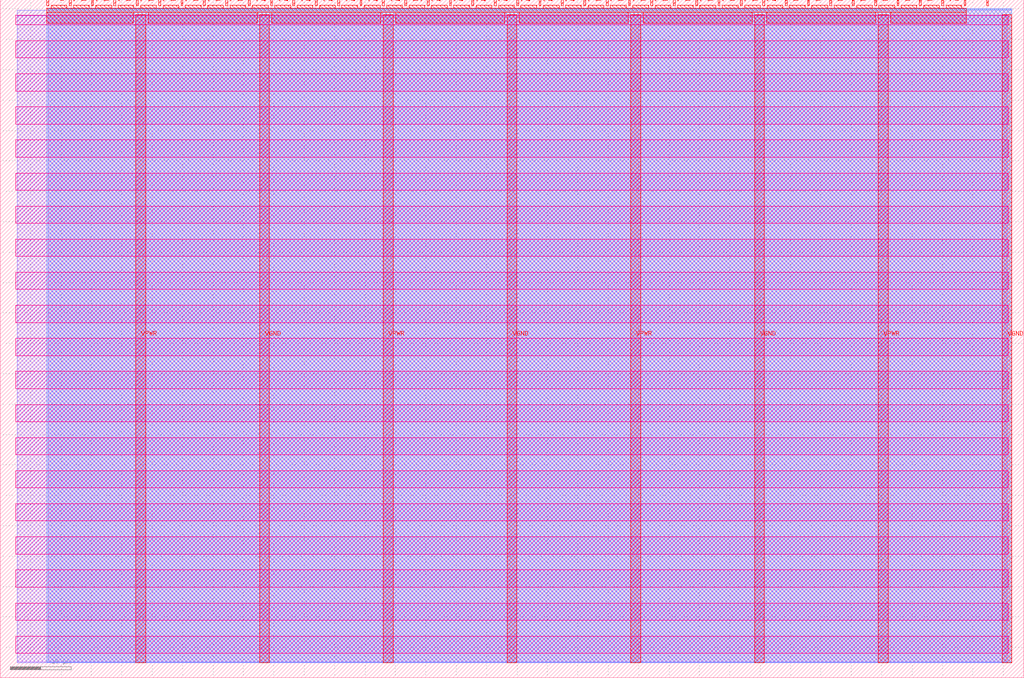
<source format=lef>
VERSION 5.7 ;
  NOWIREEXTENSIONATPIN ON ;
  DIVIDERCHAR "/" ;
  BUSBITCHARS "[]" ;
MACRO tt_um_wokwi_374962052813090817
  CLASS BLOCK ;
  FOREIGN tt_um_wokwi_374962052813090817 ;
  ORIGIN 0.000 0.000 ;
  SIZE 168.360 BY 111.520 ;
  PIN VGND
    DIRECTION INOUT ;
    USE GROUND ;
    PORT
      LAYER met4 ;
        RECT 42.670 2.480 44.270 109.040 ;
    END
    PORT
      LAYER met4 ;
        RECT 83.380 2.480 84.980 109.040 ;
    END
    PORT
      LAYER met4 ;
        RECT 124.090 2.480 125.690 109.040 ;
    END
    PORT
      LAYER met4 ;
        RECT 164.800 2.480 166.400 109.040 ;
    END
  END VGND
  PIN VPWR
    DIRECTION INOUT ;
    USE POWER ;
    PORT
      LAYER met4 ;
        RECT 22.315 2.480 23.915 109.040 ;
    END
    PORT
      LAYER met4 ;
        RECT 63.025 2.480 64.625 109.040 ;
    END
    PORT
      LAYER met4 ;
        RECT 103.735 2.480 105.335 109.040 ;
    END
    PORT
      LAYER met4 ;
        RECT 144.445 2.480 146.045 109.040 ;
    END
  END VPWR
  PIN clk
    DIRECTION INPUT ;
    USE SIGNAL ;
    ANTENNAGATEAREA 0.159000 ;
    PORT
      LAYER met4 ;
        RECT 158.550 110.520 158.850 111.520 ;
    END
  END clk
  PIN ena
    DIRECTION INPUT ;
    USE SIGNAL ;
    PORT
      LAYER met4 ;
        RECT 162.230 110.520 162.530 111.520 ;
    END
  END ena
  PIN rst_n
    DIRECTION INPUT ;
    USE SIGNAL ;
    ANTENNAGATEAREA 0.126000 ;
    PORT
      LAYER met4 ;
        RECT 154.870 110.520 155.170 111.520 ;
    END
  END rst_n
  PIN ui_in[0]
    DIRECTION INPUT ;
    USE SIGNAL ;
    ANTENNAGATEAREA 0.196500 ;
    PORT
      LAYER met4 ;
        RECT 151.190 110.520 151.490 111.520 ;
    END
  END ui_in[0]
  PIN ui_in[1]
    DIRECTION INPUT ;
    USE SIGNAL ;
    ANTENNAGATEAREA 0.196500 ;
    PORT
      LAYER met4 ;
        RECT 147.510 110.520 147.810 111.520 ;
    END
  END ui_in[1]
  PIN ui_in[2]
    DIRECTION INPUT ;
    USE SIGNAL ;
    ANTENNAGATEAREA 0.196500 ;
    PORT
      LAYER met4 ;
        RECT 143.830 110.520 144.130 111.520 ;
    END
  END ui_in[2]
  PIN ui_in[3]
    DIRECTION INPUT ;
    USE SIGNAL ;
    ANTENNAGATEAREA 0.196500 ;
    PORT
      LAYER met4 ;
        RECT 140.150 110.520 140.450 111.520 ;
    END
  END ui_in[3]
  PIN ui_in[4]
    DIRECTION INPUT ;
    USE SIGNAL ;
    ANTENNAGATEAREA 0.196500 ;
    PORT
      LAYER met4 ;
        RECT 136.470 110.520 136.770 111.520 ;
    END
  END ui_in[4]
  PIN ui_in[5]
    DIRECTION INPUT ;
    USE SIGNAL ;
    ANTENNAGATEAREA 0.196500 ;
    PORT
      LAYER met4 ;
        RECT 132.790 110.520 133.090 111.520 ;
    END
  END ui_in[5]
  PIN ui_in[6]
    DIRECTION INPUT ;
    USE SIGNAL ;
    ANTENNAGATEAREA 0.196500 ;
    PORT
      LAYER met4 ;
        RECT 129.110 110.520 129.410 111.520 ;
    END
  END ui_in[6]
  PIN ui_in[7]
    DIRECTION INPUT ;
    USE SIGNAL ;
    ANTENNAGATEAREA 0.196500 ;
    PORT
      LAYER met4 ;
        RECT 125.430 110.520 125.730 111.520 ;
    END
  END ui_in[7]
  PIN uio_in[0]
    DIRECTION INPUT ;
    USE SIGNAL ;
    PORT
      LAYER met4 ;
        RECT 121.750 110.520 122.050 111.520 ;
    END
  END uio_in[0]
  PIN uio_in[1]
    DIRECTION INPUT ;
    USE SIGNAL ;
    PORT
      LAYER met4 ;
        RECT 118.070 110.520 118.370 111.520 ;
    END
  END uio_in[1]
  PIN uio_in[2]
    DIRECTION INPUT ;
    USE SIGNAL ;
    PORT
      LAYER met4 ;
        RECT 114.390 110.520 114.690 111.520 ;
    END
  END uio_in[2]
  PIN uio_in[3]
    DIRECTION INPUT ;
    USE SIGNAL ;
    PORT
      LAYER met4 ;
        RECT 110.710 110.520 111.010 111.520 ;
    END
  END uio_in[3]
  PIN uio_in[4]
    DIRECTION INPUT ;
    USE SIGNAL ;
    PORT
      LAYER met4 ;
        RECT 107.030 110.520 107.330 111.520 ;
    END
  END uio_in[4]
  PIN uio_in[5]
    DIRECTION INPUT ;
    USE SIGNAL ;
    PORT
      LAYER met4 ;
        RECT 103.350 110.520 103.650 111.520 ;
    END
  END uio_in[5]
  PIN uio_in[6]
    DIRECTION INPUT ;
    USE SIGNAL ;
    PORT
      LAYER met4 ;
        RECT 99.670 110.520 99.970 111.520 ;
    END
  END uio_in[6]
  PIN uio_in[7]
    DIRECTION INPUT ;
    USE SIGNAL ;
    PORT
      LAYER met4 ;
        RECT 95.990 110.520 96.290 111.520 ;
    END
  END uio_in[7]
  PIN uio_oe[0]
    DIRECTION OUTPUT TRISTATE ;
    USE SIGNAL ;
    PORT
      LAYER met4 ;
        RECT 33.430 110.520 33.730 111.520 ;
    END
  END uio_oe[0]
  PIN uio_oe[1]
    DIRECTION OUTPUT TRISTATE ;
    USE SIGNAL ;
    PORT
      LAYER met4 ;
        RECT 29.750 110.520 30.050 111.520 ;
    END
  END uio_oe[1]
  PIN uio_oe[2]
    DIRECTION OUTPUT TRISTATE ;
    USE SIGNAL ;
    PORT
      LAYER met4 ;
        RECT 26.070 110.520 26.370 111.520 ;
    END
  END uio_oe[2]
  PIN uio_oe[3]
    DIRECTION OUTPUT TRISTATE ;
    USE SIGNAL ;
    PORT
      LAYER met4 ;
        RECT 22.390 110.520 22.690 111.520 ;
    END
  END uio_oe[3]
  PIN uio_oe[4]
    DIRECTION OUTPUT TRISTATE ;
    USE SIGNAL ;
    PORT
      LAYER met4 ;
        RECT 18.710 110.520 19.010 111.520 ;
    END
  END uio_oe[4]
  PIN uio_oe[5]
    DIRECTION OUTPUT TRISTATE ;
    USE SIGNAL ;
    PORT
      LAYER met4 ;
        RECT 15.030 110.520 15.330 111.520 ;
    END
  END uio_oe[5]
  PIN uio_oe[6]
    DIRECTION OUTPUT TRISTATE ;
    USE SIGNAL ;
    PORT
      LAYER met4 ;
        RECT 11.350 110.520 11.650 111.520 ;
    END
  END uio_oe[6]
  PIN uio_oe[7]
    DIRECTION OUTPUT TRISTATE ;
    USE SIGNAL ;
    PORT
      LAYER met4 ;
        RECT 7.670 110.520 7.970 111.520 ;
    END
  END uio_oe[7]
  PIN uio_out[0]
    DIRECTION OUTPUT TRISTATE ;
    USE SIGNAL ;
    PORT
      LAYER met4 ;
        RECT 62.870 110.520 63.170 111.520 ;
    END
  END uio_out[0]
  PIN uio_out[1]
    DIRECTION OUTPUT TRISTATE ;
    USE SIGNAL ;
    PORT
      LAYER met4 ;
        RECT 59.190 110.520 59.490 111.520 ;
    END
  END uio_out[1]
  PIN uio_out[2]
    DIRECTION OUTPUT TRISTATE ;
    USE SIGNAL ;
    PORT
      LAYER met4 ;
        RECT 55.510 110.520 55.810 111.520 ;
    END
  END uio_out[2]
  PIN uio_out[3]
    DIRECTION OUTPUT TRISTATE ;
    USE SIGNAL ;
    PORT
      LAYER met4 ;
        RECT 51.830 110.520 52.130 111.520 ;
    END
  END uio_out[3]
  PIN uio_out[4]
    DIRECTION OUTPUT TRISTATE ;
    USE SIGNAL ;
    PORT
      LAYER met4 ;
        RECT 48.150 110.520 48.450 111.520 ;
    END
  END uio_out[4]
  PIN uio_out[5]
    DIRECTION OUTPUT TRISTATE ;
    USE SIGNAL ;
    PORT
      LAYER met4 ;
        RECT 44.470 110.520 44.770 111.520 ;
    END
  END uio_out[5]
  PIN uio_out[6]
    DIRECTION OUTPUT TRISTATE ;
    USE SIGNAL ;
    PORT
      LAYER met4 ;
        RECT 40.790 110.520 41.090 111.520 ;
    END
  END uio_out[6]
  PIN uio_out[7]
    DIRECTION OUTPUT TRISTATE ;
    USE SIGNAL ;
    PORT
      LAYER met4 ;
        RECT 37.110 110.520 37.410 111.520 ;
    END
  END uio_out[7]
  PIN uo_out[0]
    DIRECTION OUTPUT TRISTATE ;
    USE SIGNAL ;
    ANTENNADIFFAREA 0.445500 ;
    PORT
      LAYER met4 ;
        RECT 92.310 110.520 92.610 111.520 ;
    END
  END uo_out[0]
  PIN uo_out[1]
    DIRECTION OUTPUT TRISTATE ;
    USE SIGNAL ;
    ANTENNADIFFAREA 0.795200 ;
    PORT
      LAYER met4 ;
        RECT 88.630 110.520 88.930 111.520 ;
    END
  END uo_out[1]
  PIN uo_out[2]
    DIRECTION OUTPUT TRISTATE ;
    USE SIGNAL ;
    ANTENNADIFFAREA 0.445500 ;
    PORT
      LAYER met4 ;
        RECT 84.950 110.520 85.250 111.520 ;
    END
  END uo_out[2]
  PIN uo_out[3]
    DIRECTION OUTPUT TRISTATE ;
    USE SIGNAL ;
    ANTENNADIFFAREA 0.445500 ;
    PORT
      LAYER met4 ;
        RECT 81.270 110.520 81.570 111.520 ;
    END
  END uo_out[3]
  PIN uo_out[4]
    DIRECTION OUTPUT TRISTATE ;
    USE SIGNAL ;
    ANTENNADIFFAREA 0.445500 ;
    PORT
      LAYER met4 ;
        RECT 77.590 110.520 77.890 111.520 ;
    END
  END uo_out[4]
  PIN uo_out[5]
    DIRECTION OUTPUT TRISTATE ;
    USE SIGNAL ;
    ANTENNADIFFAREA 0.445500 ;
    PORT
      LAYER met4 ;
        RECT 73.910 110.520 74.210 111.520 ;
    END
  END uo_out[5]
  PIN uo_out[6]
    DIRECTION OUTPUT TRISTATE ;
    USE SIGNAL ;
    ANTENNADIFFAREA 0.445500 ;
    PORT
      LAYER met4 ;
        RECT 70.230 110.520 70.530 111.520 ;
    END
  END uo_out[6]
  PIN uo_out[7]
    DIRECTION OUTPUT TRISTATE ;
    USE SIGNAL ;
    PORT
      LAYER met4 ;
        RECT 66.550 110.520 66.850 111.520 ;
    END
  END uo_out[7]
  OBS
      LAYER nwell ;
        RECT 2.570 107.385 165.790 108.990 ;
        RECT 2.570 101.945 165.790 104.775 ;
        RECT 2.570 96.505 165.790 99.335 ;
        RECT 2.570 91.065 165.790 93.895 ;
        RECT 2.570 85.625 165.790 88.455 ;
        RECT 2.570 80.185 165.790 83.015 ;
        RECT 2.570 74.745 165.790 77.575 ;
        RECT 2.570 69.305 165.790 72.135 ;
        RECT 2.570 63.865 165.790 66.695 ;
        RECT 2.570 58.425 165.790 61.255 ;
        RECT 2.570 52.985 165.790 55.815 ;
        RECT 2.570 47.545 165.790 50.375 ;
        RECT 2.570 42.105 165.790 44.935 ;
        RECT 2.570 36.665 165.790 39.495 ;
        RECT 2.570 31.225 165.790 34.055 ;
        RECT 2.570 25.785 165.790 28.615 ;
        RECT 2.570 20.345 165.790 23.175 ;
        RECT 2.570 14.905 165.790 17.735 ;
        RECT 2.570 9.465 165.790 12.295 ;
        RECT 2.570 4.025 165.790 6.855 ;
      LAYER li1 ;
        RECT 2.760 2.635 165.600 108.885 ;
      LAYER met1 ;
        RECT 2.760 2.480 166.400 109.780 ;
      LAYER met2 ;
        RECT 7.910 2.535 166.370 110.005 ;
      LAYER met3 ;
        RECT 7.630 2.555 166.390 109.985 ;
      LAYER met4 ;
        RECT 8.370 110.120 10.950 110.650 ;
        RECT 12.050 110.120 14.630 110.650 ;
        RECT 15.730 110.120 18.310 110.650 ;
        RECT 19.410 110.120 21.990 110.650 ;
        RECT 23.090 110.120 25.670 110.650 ;
        RECT 26.770 110.120 29.350 110.650 ;
        RECT 30.450 110.120 33.030 110.650 ;
        RECT 34.130 110.120 36.710 110.650 ;
        RECT 37.810 110.120 40.390 110.650 ;
        RECT 41.490 110.120 44.070 110.650 ;
        RECT 45.170 110.120 47.750 110.650 ;
        RECT 48.850 110.120 51.430 110.650 ;
        RECT 52.530 110.120 55.110 110.650 ;
        RECT 56.210 110.120 58.790 110.650 ;
        RECT 59.890 110.120 62.470 110.650 ;
        RECT 63.570 110.120 66.150 110.650 ;
        RECT 67.250 110.120 69.830 110.650 ;
        RECT 70.930 110.120 73.510 110.650 ;
        RECT 74.610 110.120 77.190 110.650 ;
        RECT 78.290 110.120 80.870 110.650 ;
        RECT 81.970 110.120 84.550 110.650 ;
        RECT 85.650 110.120 88.230 110.650 ;
        RECT 89.330 110.120 91.910 110.650 ;
        RECT 93.010 110.120 95.590 110.650 ;
        RECT 96.690 110.120 99.270 110.650 ;
        RECT 100.370 110.120 102.950 110.650 ;
        RECT 104.050 110.120 106.630 110.650 ;
        RECT 107.730 110.120 110.310 110.650 ;
        RECT 111.410 110.120 113.990 110.650 ;
        RECT 115.090 110.120 117.670 110.650 ;
        RECT 118.770 110.120 121.350 110.650 ;
        RECT 122.450 110.120 125.030 110.650 ;
        RECT 126.130 110.120 128.710 110.650 ;
        RECT 129.810 110.120 132.390 110.650 ;
        RECT 133.490 110.120 136.070 110.650 ;
        RECT 137.170 110.120 139.750 110.650 ;
        RECT 140.850 110.120 143.430 110.650 ;
        RECT 144.530 110.120 147.110 110.650 ;
        RECT 148.210 110.120 150.790 110.650 ;
        RECT 151.890 110.120 154.470 110.650 ;
        RECT 155.570 110.120 158.150 110.650 ;
        RECT 7.655 109.440 158.865 110.120 ;
        RECT 7.655 107.615 21.915 109.440 ;
        RECT 24.315 107.615 42.270 109.440 ;
        RECT 44.670 107.615 62.625 109.440 ;
        RECT 65.025 107.615 82.980 109.440 ;
        RECT 85.380 107.615 103.335 109.440 ;
        RECT 105.735 107.615 123.690 109.440 ;
        RECT 126.090 107.615 144.045 109.440 ;
        RECT 146.445 107.615 158.865 109.440 ;
  END
END tt_um_wokwi_374962052813090817
END LIBRARY


</source>
